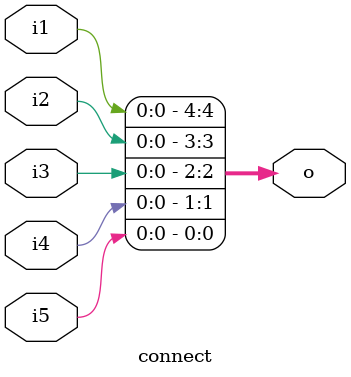
<source format=v>
`timescale 1ns / 1ps


module connect(input i1,i2,i3,i4,i5,
output [4:0]o);
assign o={i1,i2,i3,i4,i5};
endmodule

</source>
